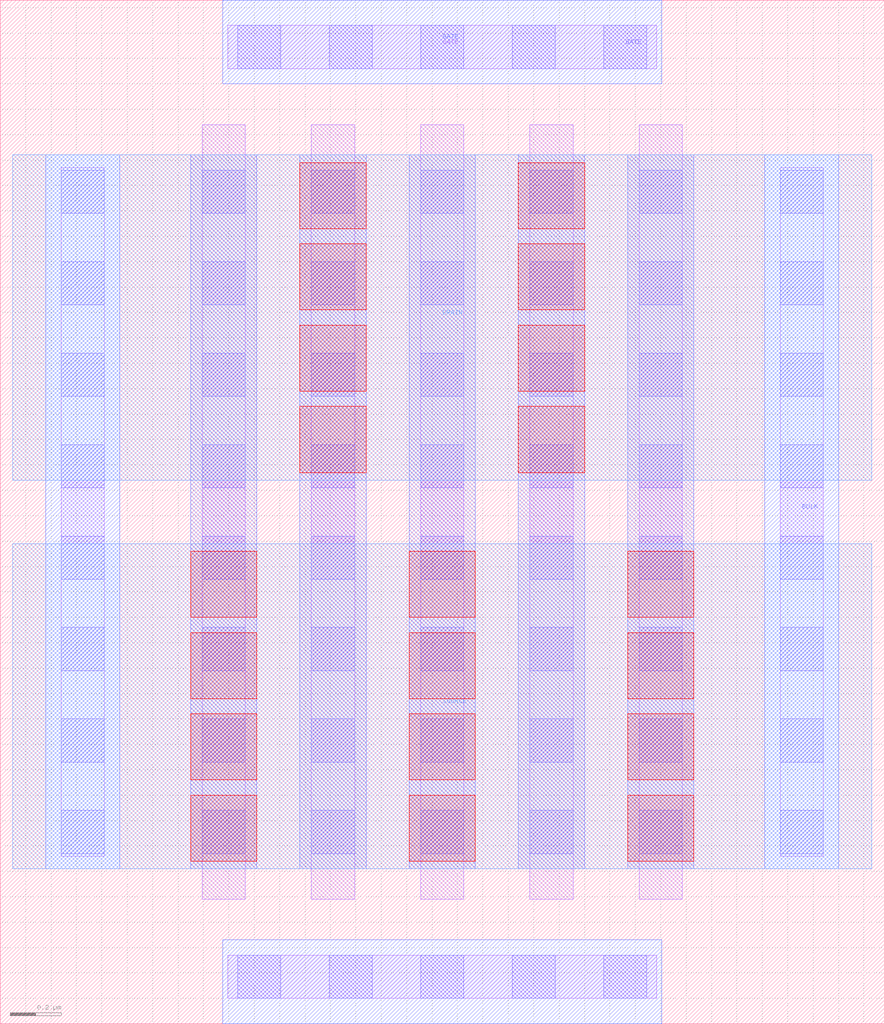
<source format=lef>
# Copyright 2020 The SkyWater PDK Authors
#
# Licensed under the Apache License, Version 2.0 (the "License");
# you may not use this file except in compliance with the License.
# You may obtain a copy of the License at
#
#     https://www.apache.org/licenses/LICENSE-2.0
#
# Unless required by applicable law or agreed to in writing, software
# distributed under the License is distributed on an "AS IS" BASIS,
# WITHOUT WARRANTIES OR CONDITIONS OF ANY KIND, either express or implied.
# See the License for the specific language governing permissions and
# limitations under the License.
#
# SPDX-License-Identifier: Apache-2.0

VERSION 5.7 ;
  NOWIREEXTENSIONATPIN ON ;
  DIVIDERCHAR "/" ;
  BUSBITCHARS "[]" ;
MACRO sky130_fd_pr__rf_pfet_01v8_aM04W3p00L0p15
  CLASS BLOCK ;
  FOREIGN sky130_fd_pr__rf_pfet_01v8_aM04W3p00L0p15 ;
  ORIGIN  0.000000  0.000000 ;
  SIZE  3.480000 BY  4.030000 ;
  PIN BULK
    ANTENNADIFFAREA  1.745800 ;
    PORT
      LAYER met1 ;
        RECT 0.180000 0.610000 0.470000 3.420000 ;
        RECT 3.010000 0.610000 3.300000 3.420000 ;
    END
  END BULK
  PIN DRAIN
    ANTENNADIFFAREA  1.685600 ;
    PORT
      LAYER met2 ;
        RECT 0.050000 2.140000 3.430000 3.420000 ;
    END
  END DRAIN
  PIN GATE
    ANTENNAGATEAREA  1.806000 ;
    PORT
      LAYER li1 ;
        RECT 0.895000 0.100000 2.585000 0.270000 ;
        RECT 0.895000 3.760000 2.585000 3.930000 ;
      LAYER mcon ;
        RECT 0.935000 0.100000 1.105000 0.270000 ;
        RECT 0.935000 3.760000 1.105000 3.930000 ;
        RECT 1.295000 0.100000 1.465000 0.270000 ;
        RECT 1.295000 3.760000 1.465000 3.930000 ;
        RECT 1.655000 0.100000 1.825000 0.270000 ;
        RECT 1.655000 3.760000 1.825000 3.930000 ;
        RECT 2.015000 0.100000 2.185000 0.270000 ;
        RECT 2.015000 3.760000 2.185000 3.930000 ;
        RECT 2.375000 0.100000 2.545000 0.270000 ;
        RECT 2.375000 3.760000 2.545000 3.930000 ;
    END
    PORT
      LAYER met1 ;
        RECT 0.875000 0.000000 2.605000 0.330000 ;
        RECT 0.875000 3.700000 2.605000 4.030000 ;
    END
  END GATE
  PIN SOURCE
    ANTENNADIFFAREA  2.528400 ;
    PORT
      LAYER met2 ;
        RECT 0.050000 0.610000 3.430000 1.890000 ;
    END
  END SOURCE
  OBS
    LAYER li1 ;
      RECT 0.240000 0.660000 0.410000 3.370000 ;
      RECT 0.795000 0.490000 0.965000 3.540000 ;
      RECT 1.225000 0.490000 1.395000 3.540000 ;
      RECT 1.655000 0.490000 1.825000 3.540000 ;
      RECT 2.085000 0.490000 2.255000 3.540000 ;
      RECT 2.515000 0.490000 2.685000 3.540000 ;
      RECT 3.070000 0.660000 3.240000 3.370000 ;
    LAYER mcon ;
      RECT 0.240000 0.670000 0.410000 0.840000 ;
      RECT 0.240000 1.030000 0.410000 1.200000 ;
      RECT 0.240000 1.390000 0.410000 1.560000 ;
      RECT 0.240000 1.750000 0.410000 1.920000 ;
      RECT 0.240000 2.110000 0.410000 2.280000 ;
      RECT 0.240000 2.470000 0.410000 2.640000 ;
      RECT 0.240000 2.830000 0.410000 3.000000 ;
      RECT 0.240000 3.190000 0.410000 3.360000 ;
      RECT 0.795000 0.670000 0.965000 0.840000 ;
      RECT 0.795000 1.030000 0.965000 1.200000 ;
      RECT 0.795000 1.390000 0.965000 1.560000 ;
      RECT 0.795000 1.750000 0.965000 1.920000 ;
      RECT 0.795000 2.110000 0.965000 2.280000 ;
      RECT 0.795000 2.470000 0.965000 2.640000 ;
      RECT 0.795000 2.830000 0.965000 3.000000 ;
      RECT 0.795000 3.190000 0.965000 3.360000 ;
      RECT 1.225000 0.670000 1.395000 0.840000 ;
      RECT 1.225000 1.030000 1.395000 1.200000 ;
      RECT 1.225000 1.390000 1.395000 1.560000 ;
      RECT 1.225000 1.750000 1.395000 1.920000 ;
      RECT 1.225000 2.110000 1.395000 2.280000 ;
      RECT 1.225000 2.470000 1.395000 2.640000 ;
      RECT 1.225000 2.830000 1.395000 3.000000 ;
      RECT 1.225000 3.190000 1.395000 3.360000 ;
      RECT 1.655000 0.670000 1.825000 0.840000 ;
      RECT 1.655000 1.030000 1.825000 1.200000 ;
      RECT 1.655000 1.390000 1.825000 1.560000 ;
      RECT 1.655000 1.750000 1.825000 1.920000 ;
      RECT 1.655000 2.110000 1.825000 2.280000 ;
      RECT 1.655000 2.470000 1.825000 2.640000 ;
      RECT 1.655000 2.830000 1.825000 3.000000 ;
      RECT 1.655000 3.190000 1.825000 3.360000 ;
      RECT 2.085000 0.670000 2.255000 0.840000 ;
      RECT 2.085000 1.030000 2.255000 1.200000 ;
      RECT 2.085000 1.390000 2.255000 1.560000 ;
      RECT 2.085000 1.750000 2.255000 1.920000 ;
      RECT 2.085000 2.110000 2.255000 2.280000 ;
      RECT 2.085000 2.470000 2.255000 2.640000 ;
      RECT 2.085000 2.830000 2.255000 3.000000 ;
      RECT 2.085000 3.190000 2.255000 3.360000 ;
      RECT 2.515000 0.670000 2.685000 0.840000 ;
      RECT 2.515000 1.030000 2.685000 1.200000 ;
      RECT 2.515000 1.390000 2.685000 1.560000 ;
      RECT 2.515000 1.750000 2.685000 1.920000 ;
      RECT 2.515000 2.110000 2.685000 2.280000 ;
      RECT 2.515000 2.470000 2.685000 2.640000 ;
      RECT 2.515000 2.830000 2.685000 3.000000 ;
      RECT 2.515000 3.190000 2.685000 3.360000 ;
      RECT 3.070000 0.670000 3.240000 0.840000 ;
      RECT 3.070000 1.030000 3.240000 1.200000 ;
      RECT 3.070000 1.390000 3.240000 1.560000 ;
      RECT 3.070000 1.750000 3.240000 1.920000 ;
      RECT 3.070000 2.110000 3.240000 2.280000 ;
      RECT 3.070000 2.470000 3.240000 2.640000 ;
      RECT 3.070000 2.830000 3.240000 3.000000 ;
      RECT 3.070000 3.190000 3.240000 3.360000 ;
    LAYER met1 ;
      RECT 0.750000 0.610000 1.010000 3.420000 ;
      RECT 1.180000 0.610000 1.440000 3.420000 ;
      RECT 1.610000 0.610000 1.870000 3.420000 ;
      RECT 2.040000 0.610000 2.300000 3.420000 ;
      RECT 2.470000 0.610000 2.730000 3.420000 ;
    LAYER via ;
      RECT 0.750000 0.640000 1.010000 0.900000 ;
      RECT 0.750000 0.960000 1.010000 1.220000 ;
      RECT 0.750000 1.280000 1.010000 1.540000 ;
      RECT 0.750000 1.600000 1.010000 1.860000 ;
      RECT 1.180000 2.170000 1.440000 2.430000 ;
      RECT 1.180000 2.490000 1.440000 2.750000 ;
      RECT 1.180000 2.810000 1.440000 3.070000 ;
      RECT 1.180000 3.130000 1.440000 3.390000 ;
      RECT 1.610000 0.640000 1.870000 0.900000 ;
      RECT 1.610000 0.960000 1.870000 1.220000 ;
      RECT 1.610000 1.280000 1.870000 1.540000 ;
      RECT 1.610000 1.600000 1.870000 1.860000 ;
      RECT 2.040000 2.170000 2.300000 2.430000 ;
      RECT 2.040000 2.490000 2.300000 2.750000 ;
      RECT 2.040000 2.810000 2.300000 3.070000 ;
      RECT 2.040000 3.130000 2.300000 3.390000 ;
      RECT 2.470000 0.640000 2.730000 0.900000 ;
      RECT 2.470000 0.960000 2.730000 1.220000 ;
      RECT 2.470000 1.280000 2.730000 1.540000 ;
      RECT 2.470000 1.600000 2.730000 1.860000 ;
  END
END sky130_fd_pr__rf_pfet_01v8_aM04W3p00L0p15
END LIBRARY

</source>
